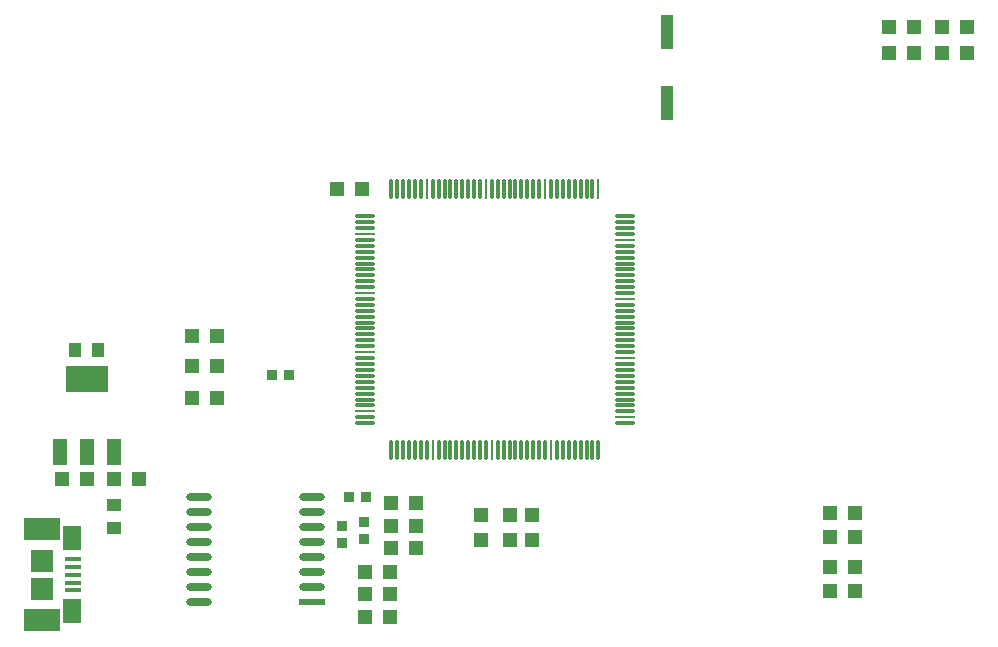
<source format=gtp>
G04 Layer_Color=8421504*
%FSLAX23Y23*%
%MOIN*%
G70*
G01*
G75*
%ADD10R,0.039X0.114*%
%ADD11R,0.050X0.050*%
%ADD12R,0.038X0.032*%
%ADD13R,0.011X0.070*%
%ADD14O,0.011X0.070*%
%ADD15O,0.070X0.011*%
%ADD16R,0.070X0.011*%
%ADD17R,0.048X0.048*%
%ADD18R,0.050X0.050*%
%ADD19R,0.032X0.038*%
%ADD20R,0.048X0.088*%
%ADD21R,0.142X0.088*%
%ADD22R,0.040X0.048*%
%ADD23R,0.048X0.040*%
%ADD24R,0.086X0.024*%
%ADD25O,0.086X0.024*%
%ADD26R,0.063X0.083*%
%ADD27R,0.120X0.075*%
%ADD28R,0.075X0.075*%
%ADD29R,0.053X0.016*%
D10*
X2185Y2108D02*
D03*
Y1872D02*
D03*
D11*
X166Y620D02*
D03*
X250D02*
D03*
X424D02*
D03*
X340D02*
D03*
X1263Y388D02*
D03*
X1347D02*
D03*
X3009Y2125D02*
D03*
X2925D02*
D03*
Y2040D02*
D03*
X3009D02*
D03*
X1085Y1585D02*
D03*
X1169D02*
D03*
X2810Y505D02*
D03*
X2726D02*
D03*
Y245D02*
D03*
X2810D02*
D03*
Y425D02*
D03*
X2726D02*
D03*
Y325D02*
D03*
X2810D02*
D03*
X1260Y310D02*
D03*
X1176D02*
D03*
X1260Y235D02*
D03*
X1176D02*
D03*
X1347Y538D02*
D03*
X1263D02*
D03*
X1347Y463D02*
D03*
X1263D02*
D03*
X601Y995D02*
D03*
X685D02*
D03*
Y890D02*
D03*
X601D02*
D03*
Y1095D02*
D03*
X685D02*
D03*
X1260Y160D02*
D03*
X1176D02*
D03*
D12*
X1100Y461D02*
D03*
Y405D02*
D03*
X1175Y420D02*
D03*
Y476D02*
D03*
D13*
X1955Y1585D02*
D03*
X1778D02*
D03*
X1581D02*
D03*
X1384D02*
D03*
X1403Y715D02*
D03*
X1600D02*
D03*
X1797D02*
D03*
D14*
X1935Y1585D02*
D03*
X1916D02*
D03*
X1896D02*
D03*
X1876D02*
D03*
X1857D02*
D03*
X1837D02*
D03*
X1817D02*
D03*
X1797D02*
D03*
X1758D02*
D03*
X1738D02*
D03*
X1719D02*
D03*
X1699D02*
D03*
X1679D02*
D03*
X1660D02*
D03*
X1640D02*
D03*
X1620D02*
D03*
X1600D02*
D03*
X1561D02*
D03*
X1541D02*
D03*
X1522D02*
D03*
X1502D02*
D03*
X1482D02*
D03*
X1462D02*
D03*
X1443D02*
D03*
X1423D02*
D03*
X1403D02*
D03*
X1364D02*
D03*
X1344D02*
D03*
X1325D02*
D03*
X1305D02*
D03*
X1285D02*
D03*
X1265D02*
D03*
Y715D02*
D03*
X1285D02*
D03*
X1305D02*
D03*
X1325D02*
D03*
X1344D02*
D03*
X1364D02*
D03*
X1384D02*
D03*
X1423D02*
D03*
X1443D02*
D03*
X1462D02*
D03*
X1482D02*
D03*
X1502D02*
D03*
X1522D02*
D03*
X1541D02*
D03*
X1561D02*
D03*
X1581D02*
D03*
X1620D02*
D03*
X1640D02*
D03*
X1660D02*
D03*
X1679D02*
D03*
X1699D02*
D03*
X1719D02*
D03*
X1738D02*
D03*
X1758D02*
D03*
X1778D02*
D03*
X1817D02*
D03*
X1837D02*
D03*
X1857D02*
D03*
X1876D02*
D03*
X1896D02*
D03*
X1916D02*
D03*
X1935D02*
D03*
X1955D02*
D03*
D15*
X1176Y1495D02*
D03*
Y1475D02*
D03*
Y1456D02*
D03*
Y1416D02*
D03*
Y1396D02*
D03*
Y1377D02*
D03*
Y1357D02*
D03*
Y1337D02*
D03*
Y1318D02*
D03*
Y1298D02*
D03*
Y1278D02*
D03*
Y1259D02*
D03*
Y1219D02*
D03*
Y1199D02*
D03*
Y1180D02*
D03*
Y1160D02*
D03*
Y1140D02*
D03*
Y1121D02*
D03*
Y1101D02*
D03*
Y1081D02*
D03*
Y1062D02*
D03*
Y1022D02*
D03*
Y1003D02*
D03*
Y983D02*
D03*
Y963D02*
D03*
Y943D02*
D03*
Y924D02*
D03*
Y904D02*
D03*
Y884D02*
D03*
Y865D02*
D03*
Y825D02*
D03*
Y805D02*
D03*
X2045D02*
D03*
Y845D02*
D03*
Y865D02*
D03*
Y884D02*
D03*
Y904D02*
D03*
Y924D02*
D03*
Y943D02*
D03*
Y963D02*
D03*
Y983D02*
D03*
Y1003D02*
D03*
Y1042D02*
D03*
Y1062D02*
D03*
Y1081D02*
D03*
Y1101D02*
D03*
Y1121D02*
D03*
Y1140D02*
D03*
Y1160D02*
D03*
Y1180D02*
D03*
Y1199D02*
D03*
Y1239D02*
D03*
Y1259D02*
D03*
Y1278D02*
D03*
Y1298D02*
D03*
Y1318D02*
D03*
Y1337D02*
D03*
Y1357D02*
D03*
Y1377D02*
D03*
Y1396D02*
D03*
Y1436D02*
D03*
Y1456D02*
D03*
Y1475D02*
D03*
Y1495D02*
D03*
D16*
X1176Y1436D02*
D03*
Y1239D02*
D03*
Y1042D02*
D03*
Y845D02*
D03*
X2045Y825D02*
D03*
Y1022D02*
D03*
Y1219D02*
D03*
Y1416D02*
D03*
D17*
X3184Y2125D02*
D03*
X3100D02*
D03*
Y2040D02*
D03*
X3184D02*
D03*
D18*
X1735Y500D02*
D03*
Y416D02*
D03*
X1660Y500D02*
D03*
Y416D02*
D03*
X1565D02*
D03*
Y500D02*
D03*
D19*
X1180Y560D02*
D03*
X1124D02*
D03*
X869Y965D02*
D03*
X925D02*
D03*
D20*
X160Y710D02*
D03*
X250D02*
D03*
X340D02*
D03*
D21*
X250Y954D02*
D03*
D22*
X289Y1050D02*
D03*
X210D02*
D03*
D23*
X340Y534D02*
D03*
Y455D02*
D03*
D24*
X1000Y210D02*
D03*
D25*
Y260D02*
D03*
Y310D02*
D03*
Y360D02*
D03*
Y410D02*
D03*
Y460D02*
D03*
Y510D02*
D03*
Y560D02*
D03*
X625D02*
D03*
Y510D02*
D03*
Y460D02*
D03*
Y410D02*
D03*
Y360D02*
D03*
Y310D02*
D03*
Y260D02*
D03*
Y210D02*
D03*
D26*
X200Y178D02*
D03*
Y422D02*
D03*
D27*
X100Y148D02*
D03*
Y452D02*
D03*
D28*
Y253D02*
D03*
Y347D02*
D03*
D29*
X205Y249D02*
D03*
Y274D02*
D03*
Y300D02*
D03*
Y326D02*
D03*
Y351D02*
D03*
M02*

</source>
